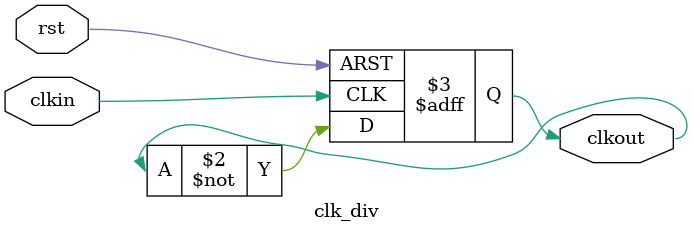
<source format=v>
`timescale 1ns / 1ps


module clk_div(
input clkin, //Input Clock
input rst,    //Async Reset signal, active high
output clkout
); //Output signal divided by two
reg clkout;
always @ (posedge clkin or posedge rst)
    if(rst)
        clkout <= 1'b0;
    else
        clkout <= ~clkout;
endmodule

</source>
